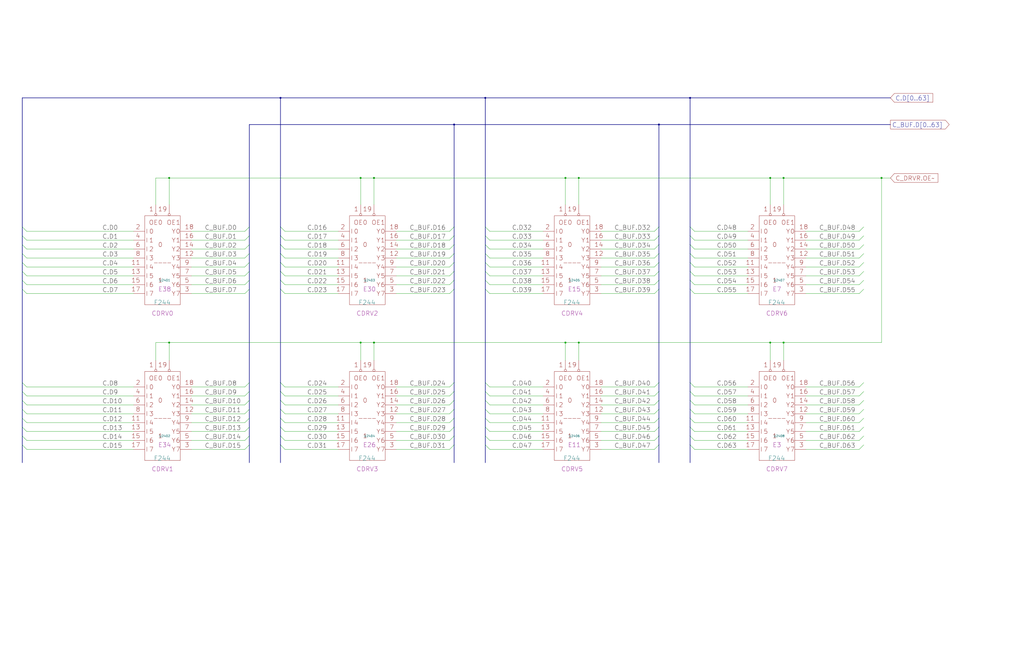
<source format=kicad_sch>
(kicad_sch (version 20211123) (generator eeschema)
  (paper "User" 584.2 378.46)
  (title_block (title "C BUS DRIVER") (date "22-MAR-90") (rev "1.0") (comment 1 "VALUE") (comment 2 "232-003063") (comment 3 "S400") (comment 4 "RELEASED"))
  (lib_symbols
    (symbol "r1000:F244" (pin_numbers hide) (pin_names (offset 1.016) hide)
      (property "Reference" "U" (at 2.54 5.08 0))
      (property "Value" "F244" (at -3.81 -7.62 0))
      (property "Location" "___" (at -1.27 0 0))
      (property "Name" "______" (at 1.27 -15.24 0))
      (symbol "F244_1_1"
        (rectangle (start -8.89 41.91) (end 11.43 -8.89))
        (circle (center -2.54 42.545) (radius 0.635))
        (circle (center 5.08 42.545) (radius 0.635))
        (text "-" (at -2.54 15.24 0) (effects (font (size 2.54 2.54))))
        (text "-" (at 0 15.24 0) (effects (font (size 2.54 2.54))))
        (text "-" (at 2.54 15.24 0) (effects (font (size 2.54 2.54))))
        (text "-" (at 5.08 15.24 0) (effects (font (size 2.54 2.54))))
        (text "0" (at -5.08 33.02 0) (effects (font (size 2.54 2.54))))
        (text "0" (at 0 25.4 0) (effects (font (size 2.54 2.54))))
        (text "0" (at 0 38.1 0) (effects (font (size 2.54 2.54))))
        (text "0" (at 10.16 33.02 0) (effects (font (size 2.54 2.54))))
        (text "1" (at -15.24 0 0) (effects (font (size 2.54 2.54))))
        (text "1" (at -15.24 5.08 0) (effects (font (size 2.54 2.54))))
        (text "1" (at -15.24 10.16 0) (effects (font (size 2.54 2.54))))
        (text "1" (at -15.24 15.24 0) (effects (font (size 2.54 2.54))))
        (text "1" (at -12.7 15.24 0) (effects (font (size 2.54 2.54))))
        (text "1" (at -5.08 27.94 0) (effects (font (size 2.54 2.54))))
        (text "1" (at -5.08 45.72 0) (effects (font (size 2.54 2.54))))
        (text "1" (at 0 5.08 0) (effects (font (size 2.54 2.54))))
        (text "1" (at 0 45.72 0) (effects (font (size 2.54 2.54))))
        (text "1" (at 10.16 27.94 0) (effects (font (size 2.54 2.54))))
        (text "1" (at 10.16 38.1 0) (effects (font (size 2.54 2.54))))
        (text "1" (at 15.24 20.32 0) (effects (font (size 2.54 2.54))))
        (text "1" (at 15.24 25.4 0) (effects (font (size 2.54 2.54))))
        (text "1" (at 15.24 30.48 0) (effects (font (size 2.54 2.54))))
        (text "1" (at 15.24 35.56 0) (effects (font (size 2.54 2.54))))
        (text "2" (at -12.7 35.56 0) (effects (font (size 2.54 2.54))))
        (text "2" (at -5.08 22.86 0) (effects (font (size 2.54 2.54))))
        (text "2" (at 10.16 22.86 0) (effects (font (size 2.54 2.54))))
        (text "2" (at 17.78 20.32 0) (effects (font (size 2.54 2.54))))
        (text "3" (at -12.7 10.16 0) (effects (font (size 2.54 2.54))))
        (text "3" (at -5.08 17.78 0) (effects (font (size 2.54 2.54))))
        (text "3" (at 10.16 17.78 0) (effects (font (size 2.54 2.54))))
        (text "3" (at 15.24 0 0) (effects (font (size 2.54 2.54))))
        (text "4" (at -12.7 30.48 0) (effects (font (size 2.54 2.54))))
        (text "4" (at -5.08 12.7 0) (effects (font (size 2.54 2.54))))
        (text "4" (at 10.16 12.7 0) (effects (font (size 2.54 2.54))))
        (text "4" (at 17.78 25.4 0) (effects (font (size 2.54 2.54))))
        (text "5" (at -12.7 5.08 0) (effects (font (size 2.54 2.54))))
        (text "5" (at -5.08 7.62 0) (effects (font (size 2.54 2.54))))
        (text "5" (at 10.16 7.62 0) (effects (font (size 2.54 2.54))))
        (text "5" (at 15.24 5.08 0) (effects (font (size 2.54 2.54))))
        (text "6" (at -12.7 25.4 0) (effects (font (size 2.54 2.54))))
        (text "6" (at -5.08 2.54 0) (effects (font (size 2.54 2.54))))
        (text "6" (at 10.16 2.54 0) (effects (font (size 2.54 2.54))))
        (text "6" (at 17.78 30.48 0) (effects (font (size 2.54 2.54))))
        (text "7" (at -12.7 0 0) (effects (font (size 2.54 2.54))))
        (text "7" (at -5.08 -2.54 0) (effects (font (size 2.54 2.54))))
        (text "7" (at 10.16 -2.54 0) (effects (font (size 2.54 2.54))))
        (text "7" (at 15.24 10.16 0) (effects (font (size 2.54 2.54))))
        (text "8" (at -12.7 20.32 0) (effects (font (size 2.54 2.54))))
        (text "8" (at 17.78 35.56 0) (effects (font (size 2.54 2.54))))
        (text "9" (at 2.54 45.72 0) (effects (font (size 2.54 2.54))))
        (text "9" (at 15.24 15.24 0) (effects (font (size 2.54 2.54))))
        (text "E" (at -2.54 38.1 0) (effects (font (size 2.54 2.54))))
        (text "E" (at 7.62 38.1 0) (effects (font (size 2.54 2.54))))
        (text "I" (at -7.62 -2.54 0) (effects (font (size 2.54 2.54))))
        (text "I" (at -7.62 2.54 0) (effects (font (size 2.54 2.54))))
        (text "I" (at -7.62 7.62 0) (effects (font (size 2.54 2.54))))
        (text "I" (at -7.62 12.7 0) (effects (font (size 2.54 2.54))))
        (text "I" (at -7.62 17.78 0) (effects (font (size 2.54 2.54))))
        (text "I" (at -7.62 22.86 0) (effects (font (size 2.54 2.54))))
        (text "I" (at -7.62 27.94 0) (effects (font (size 2.54 2.54))))
        (text "I" (at -7.62 33.02 0) (effects (font (size 2.54 2.54))))
        (text "O" (at -5.08 38.1 0) (effects (font (size 2.54 2.54))))
        (text "O" (at 5.08 38.1 0) (effects (font (size 2.54 2.54))))
        (text "Y" (at 7.62 -2.54 0) (effects (font (size 2.54 2.54))))
        (text "Y" (at 7.62 2.54 0) (effects (font (size 2.54 2.54))))
        (text "Y" (at 7.62 7.62 0) (effects (font (size 2.54 2.54))))
        (text "Y" (at 7.62 12.7 0) (effects (font (size 2.54 2.54))))
        (text "Y" (at 7.62 17.78 0) (effects (font (size 2.54 2.54))))
        (text "Y" (at 7.62 22.86 0) (effects (font (size 2.54 2.54))))
        (text "Y" (at 7.62 27.94 0) (effects (font (size 2.54 2.54))))
        (text "Y" (at 7.62 33.02 0) (effects (font (size 2.54 2.54))))
        (pin input line (at -2.54 48.26 270) (length 5.08) (name "OE0_") (number "1"))
        (pin input line (at -15.24 12.7 0) (length 6.35) (name "I4") (number "11"))
        (pin tri_state line (at 17.78 17.78 180) (length 6.35) (name "Y3") (number "12"))
        (pin input line (at -15.24 7.62 0) (length 6.35) (name "I5") (number "13"))
        (pin tri_state line (at 17.78 22.86 180) (length 6.35) (name "Y2") (number "14"))
        (pin input line (at -15.24 2.54 0) (length 6.35) (name "I6") (number "15"))
        (pin tri_state line (at 17.78 27.94 180) (length 6.35) (name "Y1") (number "16"))
        (pin input line (at -15.24 -2.54 0) (length 6.35) (name "I7") (number "17"))
        (pin tri_state line (at 17.78 33.02 180) (length 6.35) (name "Y0") (number "18"))
        (pin input line (at 5.08 48.26 270) (length 5.08) (name "OE1_") (number "19"))
        (pin input line (at -15.24 33.02 0) (length 6.35) (name "I0") (number "2"))
        (pin tri_state line (at 17.78 -2.54 180) (length 6.35) (name "Y7") (number "3"))
        (pin input line (at -15.24 27.94 0) (length 6.35) (name "I1") (number "4"))
        (pin tri_state line (at 17.78 2.54 180) (length 6.35) (name "Y6") (number "5"))
        (pin input line (at -15.24 22.86 0) (length 6.35) (name "I2") (number "6"))
        (pin tri_state line (at 17.78 7.62 180) (length 6.35) (name "Y5") (number "7"))
        (pin input line (at -15.24 17.78 0) (length 6.35) (name "I3") (number "8"))
        (pin tri_state line (at 17.78 12.7 180) (length 6.35) (name "Y4") (number "9"))
      )
    )
  )
  (bus (pts (xy 12.7 129.54) (xy 12.7 134.62)))
  (bus (pts (xy 12.7 134.62) (xy 12.7 139.7)))
  (bus (pts (xy 12.7 139.7) (xy 12.7 144.78)))
  (bus (pts (xy 12.7 144.78) (xy 12.7 149.86)))
  (bus (pts (xy 12.7 149.86) (xy 12.7 154.94)))
  (bus (pts (xy 12.7 154.94) (xy 12.7 160.02)))
  (bus (pts (xy 12.7 160.02) (xy 12.7 165.1)))
  (bus (pts (xy 12.7 165.1) (xy 12.7 218.44)))
  (bus (pts (xy 12.7 218.44) (xy 12.7 223.52)))
  (bus (pts (xy 12.7 223.52) (xy 12.7 228.6)))
  (bus (pts (xy 12.7 228.6) (xy 12.7 233.68)))
  (bus (pts (xy 12.7 233.68) (xy 12.7 238.76)))
  (bus (pts (xy 12.7 238.76) (xy 12.7 243.84)))
  (bus (pts (xy 12.7 243.84) (xy 12.7 248.92)))
  (bus (pts (xy 12.7 248.92) (xy 12.7 254)))
  (bus (pts (xy 12.7 254) (xy 12.7 264.16)))
  (bus (pts (xy 12.7 55.88) (xy 12.7 129.54)))
  (bus (pts (xy 12.7 55.88) (xy 160.02 55.88)))
  (bus (pts (xy 142.24 129.54) (xy 142.24 134.62)))
  (bus (pts (xy 142.24 134.62) (xy 142.24 139.7)))
  (bus (pts (xy 142.24 139.7) (xy 142.24 144.78)))
  (bus (pts (xy 142.24 144.78) (xy 142.24 149.86)))
  (bus (pts (xy 142.24 149.86) (xy 142.24 154.94)))
  (bus (pts (xy 142.24 154.94) (xy 142.24 160.02)))
  (bus (pts (xy 142.24 160.02) (xy 142.24 165.1)))
  (bus (pts (xy 142.24 165.1) (xy 142.24 218.44)))
  (bus (pts (xy 142.24 218.44) (xy 142.24 223.52)))
  (bus (pts (xy 142.24 223.52) (xy 142.24 228.6)))
  (bus (pts (xy 142.24 228.6) (xy 142.24 233.68)))
  (bus (pts (xy 142.24 233.68) (xy 142.24 238.76)))
  (bus (pts (xy 142.24 238.76) (xy 142.24 243.84)))
  (bus (pts (xy 142.24 243.84) (xy 142.24 248.92)))
  (bus (pts (xy 142.24 248.92) (xy 142.24 254)))
  (bus (pts (xy 142.24 254) (xy 142.24 264.16)))
  (bus (pts (xy 142.24 71.12) (xy 142.24 129.54)))
  (bus (pts (xy 142.24 71.12) (xy 259.08 71.12)))
  (bus (pts (xy 160.02 129.54) (xy 160.02 134.62)))
  (bus (pts (xy 160.02 134.62) (xy 160.02 139.7)))
  (bus (pts (xy 160.02 139.7) (xy 160.02 144.78)))
  (bus (pts (xy 160.02 144.78) (xy 160.02 149.86)))
  (bus (pts (xy 160.02 149.86) (xy 160.02 154.94)))
  (bus (pts (xy 160.02 154.94) (xy 160.02 160.02)))
  (bus (pts (xy 160.02 160.02) (xy 160.02 165.1)))
  (bus (pts (xy 160.02 165.1) (xy 160.02 218.44)))
  (bus (pts (xy 160.02 218.44) (xy 160.02 223.52)))
  (bus (pts (xy 160.02 223.52) (xy 160.02 228.6)))
  (bus (pts (xy 160.02 228.6) (xy 160.02 233.68)))
  (bus (pts (xy 160.02 233.68) (xy 160.02 238.76)))
  (bus (pts (xy 160.02 238.76) (xy 160.02 243.84)))
  (bus (pts (xy 160.02 243.84) (xy 160.02 248.92)))
  (bus (pts (xy 160.02 248.92) (xy 160.02 254)))
  (bus (pts (xy 160.02 254) (xy 160.02 264.16)))
  (bus (pts (xy 160.02 55.88) (xy 160.02 129.54)))
  (bus (pts (xy 160.02 55.88) (xy 276.86 55.88)))
  (bus (pts (xy 259.08 129.54) (xy 259.08 134.62)))
  (bus (pts (xy 259.08 134.62) (xy 259.08 139.7)))
  (bus (pts (xy 259.08 139.7) (xy 259.08 144.78)))
  (bus (pts (xy 259.08 144.78) (xy 259.08 149.86)))
  (bus (pts (xy 259.08 149.86) (xy 259.08 154.94)))
  (bus (pts (xy 259.08 154.94) (xy 259.08 160.02)))
  (bus (pts (xy 259.08 160.02) (xy 259.08 165.1)))
  (bus (pts (xy 259.08 165.1) (xy 259.08 218.44)))
  (bus (pts (xy 259.08 218.44) (xy 259.08 223.52)))
  (bus (pts (xy 259.08 223.52) (xy 259.08 228.6)))
  (bus (pts (xy 259.08 228.6) (xy 259.08 233.68)))
  (bus (pts (xy 259.08 233.68) (xy 259.08 238.76)))
  (bus (pts (xy 259.08 238.76) (xy 259.08 243.84)))
  (bus (pts (xy 259.08 243.84) (xy 259.08 248.92)))
  (bus (pts (xy 259.08 248.92) (xy 259.08 254)))
  (bus (pts (xy 259.08 254) (xy 259.08 264.16)))
  (bus (pts (xy 259.08 71.12) (xy 259.08 129.54)))
  (bus (pts (xy 259.08 71.12) (xy 375.92 71.12)))
  (bus (pts (xy 276.86 129.54) (xy 276.86 134.62)))
  (bus (pts (xy 276.86 134.62) (xy 276.86 139.7)))
  (bus (pts (xy 276.86 139.7) (xy 276.86 144.78)))
  (bus (pts (xy 276.86 144.78) (xy 276.86 149.86)))
  (bus (pts (xy 276.86 149.86) (xy 276.86 154.94)))
  (bus (pts (xy 276.86 154.94) (xy 276.86 160.02)))
  (bus (pts (xy 276.86 160.02) (xy 276.86 165.1)))
  (bus (pts (xy 276.86 165.1) (xy 276.86 218.44)))
  (bus (pts (xy 276.86 218.44) (xy 276.86 223.52)))
  (bus (pts (xy 276.86 223.52) (xy 276.86 228.6)))
  (bus (pts (xy 276.86 228.6) (xy 276.86 233.68)))
  (bus (pts (xy 276.86 233.68) (xy 276.86 238.76)))
  (bus (pts (xy 276.86 238.76) (xy 276.86 243.84)))
  (bus (pts (xy 276.86 243.84) (xy 276.86 248.92)))
  (bus (pts (xy 276.86 248.92) (xy 276.86 254)))
  (bus (pts (xy 276.86 254) (xy 276.86 264.16)))
  (bus (pts (xy 276.86 55.88) (xy 276.86 129.54)))
  (bus (pts (xy 276.86 55.88) (xy 393.7 55.88)))
  (bus (pts (xy 375.92 129.54) (xy 375.92 134.62)))
  (bus (pts (xy 375.92 134.62) (xy 375.92 139.7)))
  (bus (pts (xy 375.92 139.7) (xy 375.92 144.78)))
  (bus (pts (xy 375.92 144.78) (xy 375.92 149.86)))
  (bus (pts (xy 375.92 149.86) (xy 375.92 154.94)))
  (bus (pts (xy 375.92 154.94) (xy 375.92 160.02)))
  (bus (pts (xy 375.92 160.02) (xy 375.92 165.1)))
  (bus (pts (xy 375.92 165.1) (xy 375.92 218.44)))
  (bus (pts (xy 375.92 218.44) (xy 375.92 223.52)))
  (bus (pts (xy 375.92 223.52) (xy 375.92 228.6)))
  (bus (pts (xy 375.92 228.6) (xy 375.92 233.68)))
  (bus (pts (xy 375.92 233.68) (xy 375.92 238.76)))
  (bus (pts (xy 375.92 238.76) (xy 375.92 243.84)))
  (bus (pts (xy 375.92 243.84) (xy 375.92 248.92)))
  (bus (pts (xy 375.92 248.92) (xy 375.92 254)))
  (bus (pts (xy 375.92 254) (xy 375.92 264.16)))
  (bus (pts (xy 375.92 71.12) (xy 375.92 129.54)))
  (bus (pts (xy 375.92 71.12) (xy 508 71.12)))
  (bus (pts (xy 393.7 129.54) (xy 393.7 134.62)))
  (bus (pts (xy 393.7 134.62) (xy 393.7 139.7)))
  (bus (pts (xy 393.7 139.7) (xy 393.7 144.78)))
  (bus (pts (xy 393.7 144.78) (xy 393.7 149.86)))
  (bus (pts (xy 393.7 149.86) (xy 393.7 154.94)))
  (bus (pts (xy 393.7 154.94) (xy 393.7 160.02)))
  (bus (pts (xy 393.7 160.02) (xy 393.7 165.1)))
  (bus (pts (xy 393.7 165.1) (xy 393.7 218.44)))
  (bus (pts (xy 393.7 218.44) (xy 393.7 223.52)))
  (bus (pts (xy 393.7 223.52) (xy 393.7 228.6)))
  (bus (pts (xy 393.7 228.6) (xy 393.7 233.68)))
  (bus (pts (xy 393.7 233.68) (xy 393.7 238.76)))
  (bus (pts (xy 393.7 238.76) (xy 393.7 243.84)))
  (bus (pts (xy 393.7 243.84) (xy 393.7 248.92)))
  (bus (pts (xy 393.7 248.92) (xy 393.7 254)))
  (bus (pts (xy 393.7 254) (xy 393.7 264.16)))
  (bus (pts (xy 393.7 55.88) (xy 393.7 129.54)))
  (bus (pts (xy 393.7 55.88) (xy 508 55.88)))
  (wire (pts (xy 109.22 132.08) (xy 139.7 132.08)))
  (wire (pts (xy 109.22 137.16) (xy 139.7 137.16)))
  (wire (pts (xy 109.22 142.24) (xy 139.7 142.24)))
  (wire (pts (xy 109.22 147.32) (xy 139.7 147.32)))
  (wire (pts (xy 109.22 152.4) (xy 139.7 152.4)))
  (wire (pts (xy 109.22 157.48) (xy 139.7 157.48)))
  (wire (pts (xy 109.22 162.56) (xy 139.7 162.56)))
  (wire (pts (xy 109.22 167.64) (xy 139.7 167.64)))
  (wire (pts (xy 109.22 220.98) (xy 139.7 220.98)))
  (wire (pts (xy 109.22 226.06) (xy 139.7 226.06)))
  (wire (pts (xy 109.22 231.14) (xy 139.7 231.14)))
  (wire (pts (xy 109.22 236.22) (xy 139.7 236.22)))
  (wire (pts (xy 109.22 241.3) (xy 139.7 241.3)))
  (wire (pts (xy 109.22 246.38) (xy 139.7 246.38)))
  (wire (pts (xy 109.22 251.46) (xy 139.7 251.46)))
  (wire (pts (xy 109.22 256.54) (xy 139.7 256.54)))
  (wire (pts (xy 15.24 132.08) (xy 76.2 132.08)))
  (wire (pts (xy 15.24 137.16) (xy 76.2 137.16)))
  (wire (pts (xy 15.24 142.24) (xy 76.2 142.24)))
  (wire (pts (xy 15.24 147.32) (xy 76.2 147.32)))
  (wire (pts (xy 15.24 152.4) (xy 76.2 152.4)))
  (wire (pts (xy 15.24 157.48) (xy 76.2 157.48)))
  (wire (pts (xy 15.24 162.56) (xy 76.2 162.56)))
  (wire (pts (xy 15.24 167.64) (xy 76.2 167.64)))
  (wire (pts (xy 15.24 220.98) (xy 76.2 220.98)))
  (wire (pts (xy 15.24 226.06) (xy 76.2 226.06)))
  (wire (pts (xy 15.24 231.14) (xy 76.2 231.14)))
  (wire (pts (xy 15.24 236.22) (xy 76.2 236.22)))
  (wire (pts (xy 15.24 241.3) (xy 76.2 241.3)))
  (wire (pts (xy 15.24 246.38) (xy 76.2 246.38)))
  (wire (pts (xy 15.24 251.46) (xy 76.2 251.46)))
  (wire (pts (xy 15.24 256.54) (xy 76.2 256.54)))
  (wire (pts (xy 162.56 132.08) (xy 193.04 132.08)))
  (wire (pts (xy 162.56 137.16) (xy 193.04 137.16)))
  (wire (pts (xy 162.56 142.24) (xy 193.04 142.24)))
  (wire (pts (xy 162.56 147.32) (xy 193.04 147.32)))
  (wire (pts (xy 162.56 152.4) (xy 193.04 152.4)))
  (wire (pts (xy 162.56 157.48) (xy 193.04 157.48)))
  (wire (pts (xy 162.56 162.56) (xy 193.04 162.56)))
  (wire (pts (xy 162.56 167.64) (xy 193.04 167.64)))
  (wire (pts (xy 162.56 220.98) (xy 193.04 220.98)))
  (wire (pts (xy 162.56 226.06) (xy 193.04 226.06)))
  (wire (pts (xy 162.56 231.14) (xy 193.04 231.14)))
  (wire (pts (xy 162.56 236.22) (xy 193.04 236.22)))
  (wire (pts (xy 162.56 241.3) (xy 193.04 241.3)))
  (wire (pts (xy 162.56 246.38) (xy 193.04 246.38)))
  (wire (pts (xy 162.56 251.46) (xy 193.04 251.46)))
  (wire (pts (xy 162.56 256.54) (xy 193.04 256.54)))
  (wire (pts (xy 205.74 101.6) (xy 205.74 116.84)))
  (wire (pts (xy 205.74 101.6) (xy 213.36 101.6)))
  (wire (pts (xy 205.74 195.58) (xy 205.74 205.74)))
  (wire (pts (xy 205.74 195.58) (xy 96.52 195.58)))
  (wire (pts (xy 213.36 101.6) (xy 213.36 116.84)))
  (wire (pts (xy 213.36 101.6) (xy 322.58 101.6)))
  (wire (pts (xy 213.36 195.58) (xy 205.74 195.58)))
  (wire (pts (xy 213.36 195.58) (xy 213.36 205.74)))
  (wire (pts (xy 226.06 132.08) (xy 256.54 132.08)))
  (wire (pts (xy 226.06 137.16) (xy 256.54 137.16)))
  (wire (pts (xy 226.06 142.24) (xy 256.54 142.24)))
  (wire (pts (xy 226.06 147.32) (xy 256.54 147.32)))
  (wire (pts (xy 226.06 152.4) (xy 256.54 152.4)))
  (wire (pts (xy 226.06 157.48) (xy 256.54 157.48)))
  (wire (pts (xy 226.06 162.56) (xy 256.54 162.56)))
  (wire (pts (xy 226.06 167.64) (xy 256.54 167.64)))
  (wire (pts (xy 226.06 220.98) (xy 256.54 220.98)))
  (wire (pts (xy 226.06 226.06) (xy 256.54 226.06)))
  (wire (pts (xy 226.06 231.14) (xy 256.54 231.14)))
  (wire (pts (xy 226.06 236.22) (xy 256.54 236.22)))
  (wire (pts (xy 226.06 241.3) (xy 256.54 241.3)))
  (wire (pts (xy 226.06 246.38) (xy 256.54 246.38)))
  (wire (pts (xy 226.06 251.46) (xy 256.54 251.46)))
  (wire (pts (xy 226.06 256.54) (xy 256.54 256.54)))
  (wire (pts (xy 279.4 132.08) (xy 309.88 132.08)))
  (wire (pts (xy 279.4 137.16) (xy 309.88 137.16)))
  (wire (pts (xy 279.4 142.24) (xy 309.88 142.24)))
  (wire (pts (xy 279.4 147.32) (xy 309.88 147.32)))
  (wire (pts (xy 279.4 152.4) (xy 309.88 152.4)))
  (wire (pts (xy 279.4 157.48) (xy 309.88 157.48)))
  (wire (pts (xy 279.4 162.56) (xy 309.88 162.56)))
  (wire (pts (xy 279.4 167.64) (xy 309.88 167.64)))
  (wire (pts (xy 279.4 220.98) (xy 309.88 220.98)))
  (wire (pts (xy 279.4 226.06) (xy 309.88 226.06)))
  (wire (pts (xy 279.4 231.14) (xy 309.88 231.14)))
  (wire (pts (xy 279.4 236.22) (xy 309.88 236.22)))
  (wire (pts (xy 279.4 241.3) (xy 309.88 241.3)))
  (wire (pts (xy 279.4 246.38) (xy 309.88 246.38)))
  (wire (pts (xy 279.4 251.46) (xy 309.88 251.46)))
  (wire (pts (xy 279.4 256.54) (xy 309.88 256.54)))
  (wire (pts (xy 322.58 101.6) (xy 322.58 116.84)))
  (wire (pts (xy 322.58 101.6) (xy 330.2 101.6)))
  (wire (pts (xy 322.58 195.58) (xy 213.36 195.58)))
  (wire (pts (xy 322.58 195.58) (xy 322.58 205.74)))
  (wire (pts (xy 330.2 101.6) (xy 330.2 116.84)))
  (wire (pts (xy 330.2 101.6) (xy 439.42 101.6)))
  (wire (pts (xy 330.2 195.58) (xy 322.58 195.58)))
  (wire (pts (xy 330.2 195.58) (xy 330.2 205.74)))
  (wire (pts (xy 342.9 132.08) (xy 373.38 132.08)))
  (wire (pts (xy 342.9 137.16) (xy 373.38 137.16)))
  (wire (pts (xy 342.9 142.24) (xy 373.38 142.24)))
  (wire (pts (xy 342.9 147.32) (xy 373.38 147.32)))
  (wire (pts (xy 342.9 152.4) (xy 373.38 152.4)))
  (wire (pts (xy 342.9 157.48) (xy 373.38 157.48)))
  (wire (pts (xy 342.9 162.56) (xy 373.38 162.56)))
  (wire (pts (xy 342.9 167.64) (xy 373.38 167.64)))
  (wire (pts (xy 342.9 220.98) (xy 373.38 220.98)))
  (wire (pts (xy 342.9 226.06) (xy 373.38 226.06)))
  (wire (pts (xy 342.9 231.14) (xy 373.38 231.14)))
  (wire (pts (xy 342.9 236.22) (xy 373.38 236.22)))
  (wire (pts (xy 342.9 241.3) (xy 373.38 241.3)))
  (wire (pts (xy 342.9 246.38) (xy 373.38 246.38)))
  (wire (pts (xy 342.9 251.46) (xy 373.38 251.46)))
  (wire (pts (xy 342.9 256.54) (xy 373.38 256.54)))
  (wire (pts (xy 396.24 132.08) (xy 426.72 132.08)))
  (wire (pts (xy 396.24 137.16) (xy 426.72 137.16)))
  (wire (pts (xy 396.24 142.24) (xy 426.72 142.24)))
  (wire (pts (xy 396.24 147.32) (xy 426.72 147.32)))
  (wire (pts (xy 396.24 152.4) (xy 426.72 152.4)))
  (wire (pts (xy 396.24 157.48) (xy 426.72 157.48)))
  (wire (pts (xy 396.24 162.56) (xy 426.72 162.56)))
  (wire (pts (xy 396.24 167.64) (xy 426.72 167.64)))
  (wire (pts (xy 396.24 220.98) (xy 426.72 220.98)))
  (wire (pts (xy 396.24 226.06) (xy 426.72 226.06)))
  (wire (pts (xy 396.24 231.14) (xy 426.72 231.14)))
  (wire (pts (xy 396.24 236.22) (xy 426.72 236.22)))
  (wire (pts (xy 396.24 241.3) (xy 426.72 241.3)))
  (wire (pts (xy 396.24 246.38) (xy 426.72 246.38)))
  (wire (pts (xy 396.24 251.46) (xy 426.72 251.46)))
  (wire (pts (xy 396.24 256.54) (xy 426.72 256.54)))
  (wire (pts (xy 439.42 101.6) (xy 439.42 116.84)))
  (wire (pts (xy 439.42 101.6) (xy 447.04 101.6)))
  (wire (pts (xy 439.42 195.58) (xy 330.2 195.58)))
  (wire (pts (xy 439.42 195.58) (xy 439.42 205.74)))
  (wire (pts (xy 447.04 101.6) (xy 447.04 116.84)))
  (wire (pts (xy 447.04 101.6) (xy 502.92 101.6)))
  (wire (pts (xy 447.04 195.58) (xy 439.42 195.58)))
  (wire (pts (xy 447.04 195.58) (xy 447.04 205.74)))
  (wire (pts (xy 459.74 132.08) (xy 490.22 132.08)))
  (wire (pts (xy 459.74 137.16) (xy 490.22 137.16)))
  (wire (pts (xy 459.74 142.24) (xy 490.22 142.24)))
  (wire (pts (xy 459.74 147.32) (xy 490.22 147.32)))
  (wire (pts (xy 459.74 152.4) (xy 490.22 152.4)))
  (wire (pts (xy 459.74 157.48) (xy 490.22 157.48)))
  (wire (pts (xy 459.74 162.56) (xy 490.22 162.56)))
  (wire (pts (xy 459.74 167.64) (xy 490.22 167.64)))
  (wire (pts (xy 459.74 220.98) (xy 490.22 220.98)))
  (wire (pts (xy 459.74 226.06) (xy 490.22 226.06)))
  (wire (pts (xy 459.74 231.14) (xy 490.22 231.14)))
  (wire (pts (xy 459.74 236.22) (xy 490.22 236.22)))
  (wire (pts (xy 459.74 241.3) (xy 490.22 241.3)))
  (wire (pts (xy 459.74 246.38) (xy 490.22 246.38)))
  (wire (pts (xy 459.74 251.46) (xy 490.22 251.46)))
  (wire (pts (xy 459.74 256.54) (xy 490.22 256.54)))
  (wire (pts (xy 502.92 101.6) (xy 502.92 195.58)))
  (wire (pts (xy 502.92 101.6) (xy 508 101.6)))
  (wire (pts (xy 502.92 195.58) (xy 447.04 195.58)))
  (wire (pts (xy 88.9 101.6) (xy 88.9 116.84)))
  (wire (pts (xy 88.9 101.6) (xy 96.52 101.6)))
  (wire (pts (xy 88.9 195.58) (xy 88.9 205.74)))
  (wire (pts (xy 96.52 101.6) (xy 205.74 101.6)))
  (wire (pts (xy 96.52 101.6) (xy 96.52 116.84)))
  (wire (pts (xy 96.52 195.58) (xy 88.9 195.58)))
  (wire (pts (xy 96.52 195.58) (xy 96.52 205.74)))
  (bus_entry (at 12.7 129.54) (size 2.54 2.54))
  (bus_entry (at 12.7 134.62) (size 2.54 2.54))
  (bus_entry (at 12.7 139.7) (size 2.54 2.54))
  (bus_entry (at 12.7 144.78) (size 2.54 2.54))
  (bus_entry (at 12.7 149.86) (size 2.54 2.54))
  (bus_entry (at 12.7 154.94) (size 2.54 2.54))
  (bus_entry (at 12.7 160.02) (size 2.54 2.54))
  (bus_entry (at 12.7 165.1) (size 2.54 2.54))
  (bus_entry (at 12.7 218.44) (size 2.54 2.54))
  (bus_entry (at 12.7 223.52) (size 2.54 2.54))
  (bus_entry (at 12.7 228.6) (size 2.54 2.54))
  (bus_entry (at 12.7 233.68) (size 2.54 2.54))
  (bus_entry (at 12.7 238.76) (size 2.54 2.54))
  (bus_entry (at 12.7 243.84) (size 2.54 2.54))
  (bus_entry (at 12.7 248.92) (size 2.54 2.54))
  (bus_entry (at 12.7 254) (size 2.54 2.54))
  (label "C.D0" (at 58.42 132.08 0) (effects (font (size 2.54 2.54))))
  (label "C.D1" (at 58.42 137.16 0) (effects (font (size 2.54 2.54))))
  (label "C.D2" (at 58.42 142.24 0) (effects (font (size 2.54 2.54))))
  (label "C.D3" (at 58.42 147.32 0) (effects (font (size 2.54 2.54))))
  (label "C.D4" (at 58.42 152.4 0) (effects (font (size 2.54 2.54))))
  (label "C.D5" (at 58.42 157.48 0) (effects (font (size 2.54 2.54))))
  (label "C.D6" (at 58.42 162.56 0) (effects (font (size 2.54 2.54))))
  (label "C.D7" (at 58.42 167.64 0) (effects (font (size 2.54 2.54))))
  (label "C.D8" (at 58.42 220.98 0) (effects (font (size 2.54 2.54))))
  (label "C.D9" (at 58.42 226.06 0) (effects (font (size 2.54 2.54))))
  (label "C.D10" (at 58.42 231.14 0) (effects (font (size 2.54 2.54))))
  (label "C.D11" (at 58.42 236.22 0) (effects (font (size 2.54 2.54))))
  (label "C.D12" (at 58.42 241.3 0) (effects (font (size 2.54 2.54))))
  (label "C.D13" (at 58.42 246.38 0) (effects (font (size 2.54 2.54))))
  (label "C.D14" (at 58.42 251.46 0) (effects (font (size 2.54 2.54))))
  (label "C.D15" (at 58.42 256.54 0) (effects (font (size 2.54 2.54))))
  (symbol (lib_id "r1000:F244") (at 91.44 165.1 0) (unit 1)
    (property "Reference" "U2401" (at 93.98 160.02 0))
    (property "Value" "F244" (at 87.63 172.72 0) (effects (font (size 2.54 2.54)) (justify left)))
    (property "Location" "E38" (at 90.17 165.1 0) (effects (font (size 2.54 2.54)) (justify left)))
    (property "Name" "CDRV0" (at 92.71 180.34 0) (effects (font (size 2.54 2.54)) (justify bottom)))
  )
  (symbol (lib_id "r1000:F244") (at 91.44 254 0) (unit 1)
    (property "Reference" "U2402" (at 93.98 248.92 0))
    (property "Value" "F244" (at 87.63 261.62 0) (effects (font (size 2.54 2.54)) (justify left)))
    (property "Location" "E34" (at 90.17 254 0) (effects (font (size 2.54 2.54)) (justify left)))
    (property "Name" "CDRV1" (at 92.71 269.24 0) (effects (font (size 2.54 2.54)) (justify bottom)))
  )
  (junction (at 96.52 101.6))
  (junction (at 96.52 195.58))
  (label "C_BUF.D0" (at 116.84 132.08 0) (effects (font (size 2.54 2.54))))
  (label "C_BUF.D1" (at 116.84 137.16 0) (effects (font (size 2.54 2.54))))
  (label "C_BUF.D2" (at 116.84 142.24 0) (effects (font (size 2.54 2.54))))
  (label "C_BUF.D3" (at 116.84 147.32 0) (effects (font (size 2.54 2.54))))
  (label "C_BUF.D4" (at 116.84 152.4 0) (effects (font (size 2.54 2.54))))
  (label "C_BUF.D5" (at 116.84 157.48 0) (effects (font (size 2.54 2.54))))
  (label "C_BUF.D6" (at 116.84 162.56 0) (effects (font (size 2.54 2.54))))
  (label "C_BUF.D7" (at 116.84 167.64 0) (effects (font (size 2.54 2.54))))
  (label "C_BUF.D8" (at 116.84 220.98 0) (effects (font (size 2.54 2.54))))
  (label "C_BUF.D9" (at 116.84 226.06 0) (effects (font (size 2.54 2.54))))
  (label "C_BUF.D10" (at 116.84 231.14 0) (effects (font (size 2.54 2.54))))
  (label "C_BUF.D11" (at 116.84 236.22 0) (effects (font (size 2.54 2.54))))
  (label "C_BUF.D12" (at 116.84 241.3 0) (effects (font (size 2.54 2.54))))
  (label "C_BUF.D13" (at 116.84 246.38 0) (effects (font (size 2.54 2.54))))
  (label "C_BUF.D14" (at 116.84 251.46 0) (effects (font (size 2.54 2.54))))
  (label "C_BUF.D15" (at 116.84 256.54 0) (effects (font (size 2.54 2.54))))
  (bus_entry (at 142.24 129.54) (size -2.54 2.54))
  (bus_entry (at 142.24 134.62) (size -2.54 2.54))
  (bus_entry (at 142.24 139.7) (size -2.54 2.54))
  (bus_entry (at 142.24 144.78) (size -2.54 2.54))
  (bus_entry (at 142.24 149.86) (size -2.54 2.54))
  (bus_entry (at 142.24 154.94) (size -2.54 2.54))
  (bus_entry (at 142.24 160.02) (size -2.54 2.54))
  (bus_entry (at 142.24 165.1) (size -2.54 2.54))
  (bus_entry (at 142.24 218.44) (size -2.54 2.54))
  (bus_entry (at 142.24 223.52) (size -2.54 2.54))
  (bus_entry (at 142.24 228.6) (size -2.54 2.54))
  (bus_entry (at 142.24 233.68) (size -2.54 2.54))
  (bus_entry (at 142.24 238.76) (size -2.54 2.54))
  (bus_entry (at 142.24 243.84) (size -2.54 2.54))
  (bus_entry (at 142.24 248.92) (size -2.54 2.54))
  (bus_entry (at 142.24 254) (size -2.54 2.54))
  (junction (at 160.02 55.88))
  (bus_entry (at 160.02 129.54) (size 2.54 2.54))
  (bus_entry (at 160.02 134.62) (size 2.54 2.54))
  (bus_entry (at 160.02 139.7) (size 2.54 2.54))
  (bus_entry (at 160.02 144.78) (size 2.54 2.54))
  (bus_entry (at 160.02 149.86) (size 2.54 2.54))
  (bus_entry (at 160.02 154.94) (size 2.54 2.54))
  (bus_entry (at 160.02 160.02) (size 2.54 2.54))
  (bus_entry (at 160.02 165.1) (size 2.54 2.54))
  (bus_entry (at 160.02 218.44) (size 2.54 2.54))
  (bus_entry (at 160.02 223.52) (size 2.54 2.54))
  (bus_entry (at 160.02 228.6) (size 2.54 2.54))
  (bus_entry (at 160.02 233.68) (size 2.54 2.54))
  (bus_entry (at 160.02 238.76) (size 2.54 2.54))
  (bus_entry (at 160.02 243.84) (size 2.54 2.54))
  (bus_entry (at 160.02 248.92) (size 2.54 2.54))
  (bus_entry (at 160.02 254) (size 2.54 2.54))
  (label "C.D16" (at 175.26 132.08 0) (effects (font (size 2.54 2.54))))
  (label "C.D17" (at 175.26 137.16 0) (effects (font (size 2.54 2.54))))
  (label "C.D18" (at 175.26 142.24 0) (effects (font (size 2.54 2.54))))
  (label "C.D19" (at 175.26 147.32 0) (effects (font (size 2.54 2.54))))
  (label "C.D20" (at 175.26 152.4 0) (effects (font (size 2.54 2.54))))
  (label "C.D21" (at 175.26 157.48 0) (effects (font (size 2.54 2.54))))
  (label "C.D22" (at 175.26 162.56 0) (effects (font (size 2.54 2.54))))
  (label "C.D23" (at 175.26 167.64 0) (effects (font (size 2.54 2.54))))
  (label "C.D24" (at 175.26 220.98 0) (effects (font (size 2.54 2.54))))
  (label "C.D25" (at 175.26 226.06 0) (effects (font (size 2.54 2.54))))
  (label "C.D26" (at 175.26 231.14 0) (effects (font (size 2.54 2.54))))
  (label "C.D27" (at 175.26 236.22 0) (effects (font (size 2.54 2.54))))
  (label "C.D28" (at 175.26 241.3 0) (effects (font (size 2.54 2.54))))
  (label "C.D29" (at 175.26 246.38 0) (effects (font (size 2.54 2.54))))
  (label "C.D30" (at 175.26 251.46 0) (effects (font (size 2.54 2.54))))
  (label "C.D31" (at 175.26 256.54 0) (effects (font (size 2.54 2.54))))
  (junction (at 205.74 101.6))
  (junction (at 205.74 195.58))
  (symbol (lib_id "r1000:F244") (at 208.28 165.1 0) (unit 1)
    (property "Reference" "U2403" (at 210.82 160.02 0))
    (property "Value" "F244" (at 204.47 172.72 0) (effects (font (size 2.54 2.54)) (justify left)))
    (property "Location" "E30" (at 207.01 165.1 0) (effects (font (size 2.54 2.54)) (justify left)))
    (property "Name" "CDRV2" (at 209.55 180.34 0) (effects (font (size 2.54 2.54)) (justify bottom)))
  )
  (symbol (lib_id "r1000:F244") (at 208.28 254 0) (unit 1)
    (property "Reference" "U2404" (at 210.82 248.92 0))
    (property "Value" "F244" (at 204.47 261.62 0) (effects (font (size 2.54 2.54)) (justify left)))
    (property "Location" "E26" (at 207.01 254 0) (effects (font (size 2.54 2.54)) (justify left)))
    (property "Name" "CDRV3" (at 209.55 269.24 0) (effects (font (size 2.54 2.54)) (justify bottom)))
  )
  (junction (at 213.36 101.6))
  (junction (at 213.36 195.58))
  (label "C_BUF.D16" (at 233.68 132.08 0) (effects (font (size 2.54 2.54))))
  (label "C_BUF.D17" (at 233.68 137.16 0) (effects (font (size 2.54 2.54))))
  (label "C_BUF.D18" (at 233.68 142.24 0) (effects (font (size 2.54 2.54))))
  (label "C_BUF.D19" (at 233.68 147.32 0) (effects (font (size 2.54 2.54))))
  (label "C_BUF.D20" (at 233.68 152.4 0) (effects (font (size 2.54 2.54))))
  (label "C_BUF.D21" (at 233.68 157.48 0) (effects (font (size 2.54 2.54))))
  (label "C_BUF.D22" (at 233.68 162.56 0) (effects (font (size 2.54 2.54))))
  (label "C_BUF.D23" (at 233.68 167.64 0) (effects (font (size 2.54 2.54))))
  (label "C_BUF.D24" (at 233.68 220.98 0) (effects (font (size 2.54 2.54))))
  (label "C_BUF.D25" (at 233.68 226.06 0) (effects (font (size 2.54 2.54))))
  (label "C_BUF.D26" (at 233.68 231.14 0) (effects (font (size 2.54 2.54))))
  (label "C_BUF.D27" (at 233.68 236.22 0) (effects (font (size 2.54 2.54))))
  (label "C_BUF.D28" (at 233.68 241.3 0) (effects (font (size 2.54 2.54))))
  (label "C_BUF.D29" (at 233.68 246.38 0) (effects (font (size 2.54 2.54))))
  (label "C_BUF.D30" (at 233.68 251.46 0) (effects (font (size 2.54 2.54))))
  (label "C_BUF.D31" (at 233.68 256.54 0) (effects (font (size 2.54 2.54))))
  (junction (at 259.08 71.12))
  (bus_entry (at 259.08 129.54) (size -2.54 2.54))
  (bus_entry (at 259.08 134.62) (size -2.54 2.54))
  (bus_entry (at 259.08 139.7) (size -2.54 2.54))
  (bus_entry (at 259.08 144.78) (size -2.54 2.54))
  (bus_entry (at 259.08 149.86) (size -2.54 2.54))
  (bus_entry (at 259.08 154.94) (size -2.54 2.54))
  (bus_entry (at 259.08 160.02) (size -2.54 2.54))
  (bus_entry (at 259.08 165.1) (size -2.54 2.54))
  (bus_entry (at 259.08 218.44) (size -2.54 2.54))
  (bus_entry (at 259.08 223.52) (size -2.54 2.54))
  (bus_entry (at 259.08 228.6) (size -2.54 2.54))
  (bus_entry (at 259.08 233.68) (size -2.54 2.54))
  (bus_entry (at 259.08 238.76) (size -2.54 2.54))
  (bus_entry (at 259.08 243.84) (size -2.54 2.54))
  (bus_entry (at 259.08 248.92) (size -2.54 2.54))
  (bus_entry (at 259.08 254) (size -2.54 2.54))
  (junction (at 276.86 55.88))
  (bus_entry (at 276.86 129.54) (size 2.54 2.54))
  (bus_entry (at 276.86 134.62) (size 2.54 2.54))
  (bus_entry (at 276.86 139.7) (size 2.54 2.54))
  (bus_entry (at 276.86 144.78) (size 2.54 2.54))
  (bus_entry (at 276.86 149.86) (size 2.54 2.54))
  (bus_entry (at 276.86 154.94) (size 2.54 2.54))
  (bus_entry (at 276.86 160.02) (size 2.54 2.54))
  (bus_entry (at 276.86 165.1) (size 2.54 2.54))
  (bus_entry (at 276.86 218.44) (size 2.54 2.54))
  (bus_entry (at 276.86 223.52) (size 2.54 2.54))
  (bus_entry (at 276.86 228.6) (size 2.54 2.54))
  (bus_entry (at 276.86 233.68) (size 2.54 2.54))
  (bus_entry (at 276.86 238.76) (size 2.54 2.54))
  (bus_entry (at 276.86 243.84) (size 2.54 2.54))
  (bus_entry (at 276.86 248.92) (size 2.54 2.54))
  (bus_entry (at 276.86 254) (size 2.54 2.54))
  (label "C.D32" (at 292.1 132.08 0) (effects (font (size 2.54 2.54))))
  (label "C.D33" (at 292.1 137.16 0) (effects (font (size 2.54 2.54))))
  (label "C.D34" (at 292.1 142.24 0) (effects (font (size 2.54 2.54))))
  (label "C.D35" (at 292.1 147.32 0) (effects (font (size 2.54 2.54))))
  (label "C.D36" (at 292.1 152.4 0) (effects (font (size 2.54 2.54))))
  (label "C.D37" (at 292.1 157.48 0) (effects (font (size 2.54 2.54))))
  (label "C.D38" (at 292.1 162.56 0) (effects (font (size 2.54 2.54))))
  (label "C.D39" (at 292.1 167.64 0) (effects (font (size 2.54 2.54))))
  (label "C.D40" (at 292.1 220.98 0) (effects (font (size 2.54 2.54))))
  (label "C.D41" (at 292.1 226.06 0) (effects (font (size 2.54 2.54))))
  (label "C.D42" (at 292.1 231.14 0) (effects (font (size 2.54 2.54))))
  (label "C.D43" (at 292.1 236.22 0) (effects (font (size 2.54 2.54))))
  (label "C.D44" (at 292.1 241.3 0) (effects (font (size 2.54 2.54))))
  (label "C.D45" (at 292.1 246.38 0) (effects (font (size 2.54 2.54))))
  (label "C.D46" (at 292.1 251.46 0) (effects (font (size 2.54 2.54))))
  (label "C.D47" (at 292.1 256.54 0) (effects (font (size 2.54 2.54))))
  (junction (at 322.58 101.6))
  (junction (at 322.58 195.58))
  (symbol (lib_id "r1000:F244") (at 325.12 165.1 0) (unit 1)
    (property "Reference" "U2405" (at 327.66 160.02 0))
    (property "Value" "F244" (at 321.31 172.72 0) (effects (font (size 2.54 2.54)) (justify left)))
    (property "Location" "E15" (at 323.85 165.1 0) (effects (font (size 2.54 2.54)) (justify left)))
    (property "Name" "CDRV4" (at 326.39 180.34 0) (effects (font (size 2.54 2.54)) (justify bottom)))
  )
  (symbol (lib_id "r1000:F244") (at 325.12 254 0) (unit 1)
    (property "Reference" "U2406" (at 327.66 248.92 0))
    (property "Value" "F244" (at 321.31 261.62 0) (effects (font (size 2.54 2.54)) (justify left)))
    (property "Location" "E11" (at 323.85 254 0) (effects (font (size 2.54 2.54)) (justify left)))
    (property "Name" "CDRV5" (at 326.39 269.24 0) (effects (font (size 2.54 2.54)) (justify bottom)))
  )
  (junction (at 330.2 101.6))
  (junction (at 330.2 195.58))
  (label "C_BUF.D32" (at 350.52 132.08 0) (effects (font (size 2.54 2.54))))
  (label "C_BUF.D33" (at 350.52 137.16 0) (effects (font (size 2.54 2.54))))
  (label "C_BUF.D34" (at 350.52 142.24 0) (effects (font (size 2.54 2.54))))
  (label "C_BUF.D35" (at 350.52 147.32 0) (effects (font (size 2.54 2.54))))
  (label "C_BUF.D36" (at 350.52 152.4 0) (effects (font (size 2.54 2.54))))
  (label "C_BUF.D37" (at 350.52 157.48 0) (effects (font (size 2.54 2.54))))
  (label "C_BUF.D38" (at 350.52 162.56 0) (effects (font (size 2.54 2.54))))
  (label "C_BUF.D39" (at 350.52 167.64 0) (effects (font (size 2.54 2.54))))
  (label "C_BUF.D40" (at 350.52 220.98 0) (effects (font (size 2.54 2.54))))
  (label "C_BUF.D41" (at 350.52 226.06 0) (effects (font (size 2.54 2.54))))
  (label "C_BUF.D42" (at 350.52 231.14 0) (effects (font (size 2.54 2.54))))
  (label "C_BUF.D43" (at 350.52 236.22 0) (effects (font (size 2.54 2.54))))
  (label "C_BUF.D44" (at 350.52 241.3 0) (effects (font (size 2.54 2.54))))
  (label "C_BUF.D45" (at 350.52 246.38 0) (effects (font (size 2.54 2.54))))
  (label "C_BUF.D46" (at 350.52 251.46 0) (effects (font (size 2.54 2.54))))
  (label "C_BUF.D47" (at 350.52 256.54 0) (effects (font (size 2.54 2.54))))
  (junction (at 375.92 71.12))
  (bus_entry (at 375.92 129.54) (size -2.54 2.54))
  (bus_entry (at 375.92 134.62) (size -2.54 2.54))
  (bus_entry (at 375.92 139.7) (size -2.54 2.54))
  (bus_entry (at 375.92 144.78) (size -2.54 2.54))
  (bus_entry (at 375.92 149.86) (size -2.54 2.54))
  (bus_entry (at 375.92 154.94) (size -2.54 2.54))
  (bus_entry (at 375.92 160.02) (size -2.54 2.54))
  (bus_entry (at 375.92 165.1) (size -2.54 2.54))
  (bus_entry (at 375.92 218.44) (size -2.54 2.54))
  (bus_entry (at 375.92 223.52) (size -2.54 2.54))
  (bus_entry (at 375.92 228.6) (size -2.54 2.54))
  (bus_entry (at 375.92 233.68) (size -2.54 2.54))
  (bus_entry (at 375.92 238.76) (size -2.54 2.54))
  (bus_entry (at 375.92 243.84) (size -2.54 2.54))
  (bus_entry (at 375.92 248.92) (size -2.54 2.54))
  (bus_entry (at 375.92 254) (size -2.54 2.54))
  (junction (at 393.7 55.88))
  (bus_entry (at 393.7 129.54) (size 2.54 2.54))
  (bus_entry (at 393.7 134.62) (size 2.54 2.54))
  (bus_entry (at 393.7 139.7) (size 2.54 2.54))
  (bus_entry (at 393.7 144.78) (size 2.54 2.54))
  (bus_entry (at 393.7 149.86) (size 2.54 2.54))
  (bus_entry (at 393.7 154.94) (size 2.54 2.54))
  (bus_entry (at 393.7 160.02) (size 2.54 2.54))
  (bus_entry (at 393.7 165.1) (size 2.54 2.54))
  (bus_entry (at 393.7 218.44) (size 2.54 2.54))
  (bus_entry (at 393.7 223.52) (size 2.54 2.54))
  (bus_entry (at 393.7 228.6) (size 2.54 2.54))
  (bus_entry (at 393.7 233.68) (size 2.54 2.54))
  (bus_entry (at 393.7 238.76) (size 2.54 2.54))
  (bus_entry (at 393.7 243.84) (size 2.54 2.54))
  (bus_entry (at 393.7 248.92) (size 2.54 2.54))
  (bus_entry (at 393.7 254) (size 2.54 2.54))
  (label "C.D48" (at 408.94 132.08 0) (effects (font (size 2.54 2.54))))
  (label "C.D49" (at 408.94 137.16 0) (effects (font (size 2.54 2.54))))
  (label "C.D50" (at 408.94 142.24 0) (effects (font (size 2.54 2.54))))
  (label "C.D51" (at 408.94 147.32 0) (effects (font (size 2.54 2.54))))
  (label "C.D52" (at 408.94 152.4 0) (effects (font (size 2.54 2.54))))
  (label "C.D53" (at 408.94 157.48 0) (effects (font (size 2.54 2.54))))
  (label "C.D54" (at 408.94 162.56 0) (effects (font (size 2.54 2.54))))
  (label "C.D55" (at 408.94 167.64 0) (effects (font (size 2.54 2.54))))
  (label "C.D56" (at 408.94 220.98 0) (effects (font (size 2.54 2.54))))
  (label "C.D57" (at 408.94 226.06 0) (effects (font (size 2.54 2.54))))
  (label "C.D58" (at 408.94 231.14 0) (effects (font (size 2.54 2.54))))
  (label "C.D59" (at 408.94 236.22 0) (effects (font (size 2.54 2.54))))
  (label "C.D60" (at 408.94 241.3 0) (effects (font (size 2.54 2.54))))
  (label "C.D61" (at 408.94 246.38 0) (effects (font (size 2.54 2.54))))
  (label "C.D62" (at 408.94 251.46 0) (effects (font (size 2.54 2.54))))
  (label "C.D63" (at 408.94 256.54 0) (effects (font (size 2.54 2.54))))
  (junction (at 439.42 101.6))
  (junction (at 439.42 195.58))
  (symbol (lib_id "r1000:F244") (at 441.96 165.1 0) (unit 1)
    (property "Reference" "U2407" (at 444.5 160.02 0))
    (property "Value" "F244" (at 438.15 172.72 0) (effects (font (size 2.54 2.54)) (justify left)))
    (property "Location" "E7" (at 440.69 165.1 0) (effects (font (size 2.54 2.54)) (justify left)))
    (property "Name" "CDRV6" (at 443.23 180.34 0) (effects (font (size 2.54 2.54)) (justify bottom)))
  )
  (symbol (lib_id "r1000:F244") (at 441.96 254 0) (unit 1)
    (property "Reference" "U2408" (at 444.5 248.92 0))
    (property "Value" "F244" (at 438.15 261.62 0) (effects (font (size 2.54 2.54)) (justify left)))
    (property "Location" "E3" (at 440.69 254 0) (effects (font (size 2.54 2.54)) (justify left)))
    (property "Name" "CDRV7" (at 443.23 269.24 0) (effects (font (size 2.54 2.54)) (justify bottom)))
  )
  (junction (at 447.04 101.6))
  (junction (at 447.04 195.58))
  (label "C_BUF.D48" (at 467.36 132.08 0) (effects (font (size 2.54 2.54))))
  (label "C_BUF.D49" (at 467.36 137.16 0) (effects (font (size 2.54 2.54))))
  (label "C_BUF.D50" (at 467.36 142.24 0) (effects (font (size 2.54 2.54))))
  (label "C_BUF.D51" (at 467.36 147.32 0) (effects (font (size 2.54 2.54))))
  (label "C_BUF.D52" (at 467.36 152.4 0) (effects (font (size 2.54 2.54))))
  (label "C_BUF.D53" (at 467.36 157.48 0) (effects (font (size 2.54 2.54))))
  (label "C_BUF.D54" (at 467.36 162.56 0) (effects (font (size 2.54 2.54))))
  (label "C_BUF.D55" (at 467.36 167.64 0) (effects (font (size 2.54 2.54))))
  (label "C_BUF.D56" (at 467.36 220.98 0) (effects (font (size 2.54 2.54))))
  (label "C_BUF.D57" (at 467.36 226.06 0) (effects (font (size 2.54 2.54))))
  (label "C_BUF.D58" (at 467.36 231.14 0) (effects (font (size 2.54 2.54))))
  (label "C_BUF.D59" (at 467.36 236.22 0) (effects (font (size 2.54 2.54))))
  (label "C_BUF.D60" (at 467.36 241.3 0) (effects (font (size 2.54 2.54))))
  (label "C_BUF.D61" (at 467.36 246.38 0) (effects (font (size 2.54 2.54))))
  (label "C_BUF.D62" (at 467.36 251.46 0) (effects (font (size 2.54 2.54))))
  (label "C_BUF.D63" (at 467.36 256.54 0) (effects (font (size 2.54 2.54))))
  (bus_entry (at 492.76 129.54) (size -2.54 2.54))
  (bus_entry (at 492.76 134.62) (size -2.54 2.54))
  (bus_entry (at 492.76 139.7) (size -2.54 2.54))
  (bus_entry (at 492.76 144.78) (size -2.54 2.54))
  (bus_entry (at 492.76 149.86) (size -2.54 2.54))
  (bus_entry (at 492.76 154.94) (size -2.54 2.54))
  (bus_entry (at 492.76 160.02) (size -2.54 2.54))
  (bus_entry (at 492.76 165.1) (size -2.54 2.54))
  (bus_entry (at 492.76 218.44) (size -2.54 2.54))
  (bus_entry (at 492.76 223.52) (size -2.54 2.54))
  (bus_entry (at 492.76 228.6) (size -2.54 2.54))
  (bus_entry (at 492.76 233.68) (size -2.54 2.54))
  (bus_entry (at 492.76 238.76) (size -2.54 2.54))
  (bus_entry (at 492.76 243.84) (size -2.54 2.54))
  (bus_entry (at 492.76 248.92) (size -2.54 2.54))
  (bus_entry (at 492.76 254) (size -2.54 2.54))
  (junction (at 502.92 101.6))
  (global_label "C.D[0..63]" (shape input) (at 508 55.88 0) (effects (font (size 2.54 2.54))) (property "Intersheet References" "${INTERSHEET_REFS}" (at 532.1784 55.7213 0) (effects (font (size 2.54 2.54)) (justify left))))
  (global_label "C_BUF.D[0..63]" (shape output) (at 508 71.12 0) (effects (font (size 2.54 2.54))) (property "Intersheet References" "${INTERSHEET_REFS}" (at 541.4917 70.9613 0) (effects (font (size 2.54 2.54)) (justify left))))
  (global_label "C_DRVR.OE~" (shape input) (at 508 101.6 0) (effects (font (size 2.54 2.54))) (property "Intersheet References" "${INTERSHEET_REFS}" (at 535.0812 101.4413 0) (effects (font (size 2.54 2.54)) (justify left))))
)
</source>
